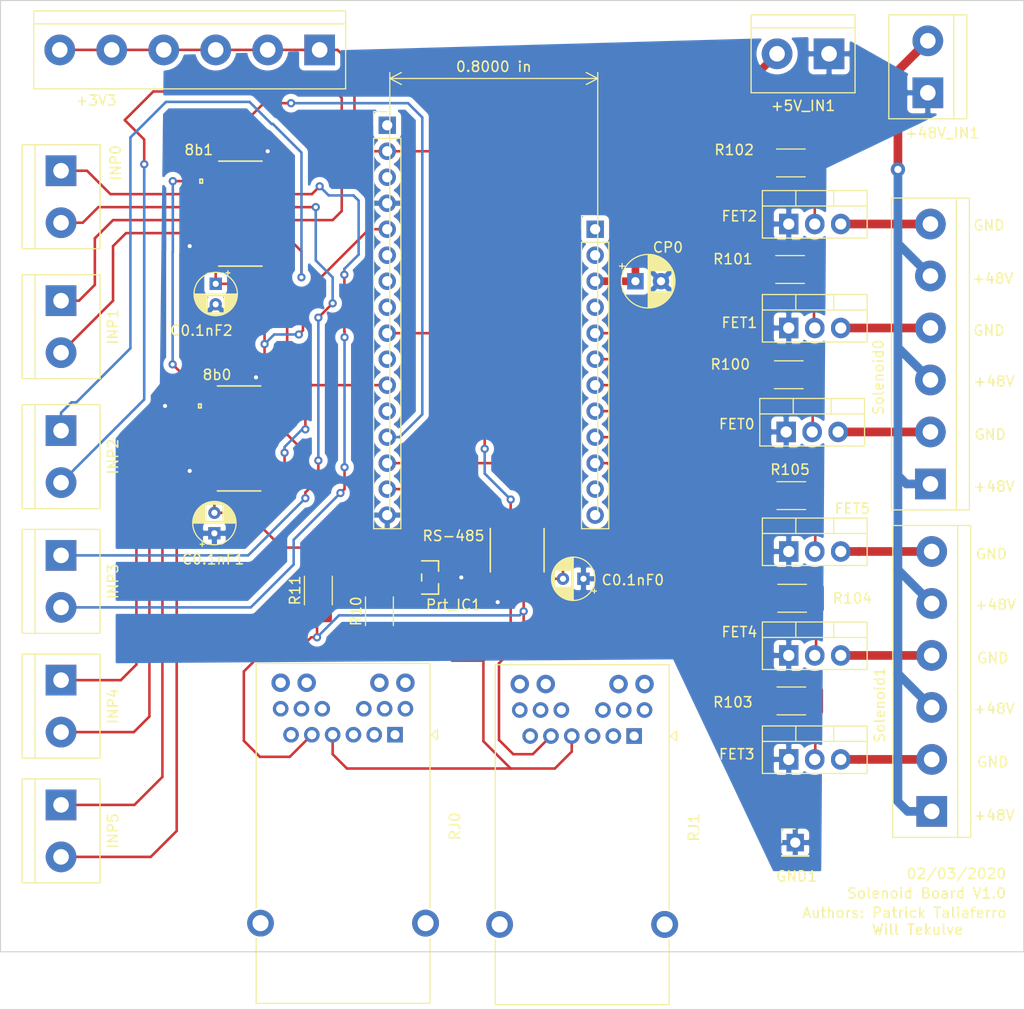
<source format=kicad_pcb>
(kicad_pcb (version 20171130) (host pcbnew 5.1.5-52549c5~84~ubuntu18.04.1)
  (layers (0 F.Cu signal) (31 B.Cu signal) (34 B.Paste user) (35 F.Paste user) (36 B.SilkS user) (37 F.SilkS user) (38 B.Mask user) (39 F.Mask user) (44 Edge.Cuts user))
  (net 0 "")
  (net 1 /INP5_1)
  (net 2 /INP5_0)
  (net 3 /INP4_1)
  (net 4 /INP4_0)
  (net 5 /INP3_1)
  (net 6 /INP3_0)
  (net 7 /INP2_1)
  (net 8 /INP2_0)
  (net 9 /INP1_1)
  (net 10 /INP1_0)
  (net 11 /INP0_1)
  (net 12 /INP0_0)
  (net 13 GND)
  (net 14 /TX1)
  (net 15 /RX0)
  (net 16 /MISO)
  (net 17 /SCK)
  (net 18 /A4)
  (net 19 /A0)
  (net 20 /D5)
  (net 21 /D6)
  (net 22 /D9)
  (net 23 /D10)
  (net 24 /D11)
  (net 25 /D12)
  (net 26 +48V)
  (net 27 /RJ45_4)
  (net 28 /RJ45_5)
  (net 29 /SHIFT2_OUT)
  (net 30 +5V)
  (net 31 +3V3)
  (net 32 "Net-(FET0-Pad3)")
  (net 33 "Net-(FET0-Pad2)")
  (net 34 "Net-(FET1-Pad3)")
  (net 35 "Net-(FET1-Pad2)")
  (net 36 "Net-(FET2-Pad3)")
  (net 37 "Net-(FET2-Pad2)")
  (net 38 "Net-(FET3-Pad3)")
  (net 39 "Net-(FET3-Pad2)")
  (net 40 "Net-(FET4-Pad3)")
  (net 41 "Net-(FET4-Pad2)")
  (net 42 "Net-(FET5-Pad3)")
  (net 43 "Net-(FET5-Pad2)")
  (net 44 "Net-(Prt_IC1-Pad2)")
  (net 45 "Net-(Prt_IC1-Pad1)")
  (module Capacitor_THT:CP_Radial_D5.0mm_P2.50mm (layer F.Cu) (at 154.051 80.772)
    (fp_text reference CP0 (at 3.175 -3.302) (layer F.SilkS))
    (fp_text value CP hide)
    (pad 2 thru_hole circle (at 2.5 0) (size 1.6 1.6) (drill 0.8) (layers *.Cu *.Mask) (net 13 GND))
    (pad 1 thru_hole rect (at 0 0) (size 1.6 1.6) (drill 0.8) (layers *.Cu *.Mask) (net 30 +5V))
  )
  (module TerminalBlock:TerminalBlock_bornier-2_P5.08mm (layer F.Cu) (at 182.626 62.357 90)
    (fp_text reference +48V_IN1 (at -3.937 1.397) (layer F.SilkS))
    (fp_text value Solenoid_PWR_Supply hide)
    (pad 2 thru_hole circle (at 5.08 0 90) (size 3 3) (drill 1.52) (layers *.Cu *.Mask) (net 26 +48V))
    (pad 1 thru_hole rect (at 0 0 90) (size 3 3) (drill 1.52) (layers *.Cu *.Mask) (net 13 GND))
  )
  (module TerminalBlock:TerminalBlock_bornier-6_P5.08mm (layer F.Cu) (at 123.19 58.166 180)
    (fp_text reference +3V3 (at 21.844 -4.953) (layer F.SilkS))
    (fp_text value Screw_Terminal_01x06 hide)
    (pad 6 thru_hole circle (at 25.4 0 180) (size 3 3) (drill 1.52) (layers *.Cu *.Mask) (net 31 +3V3))
    (pad 5 thru_hole circle (at 20.32 0 180) (size 3 3) (drill 1.52) (layers *.Cu *.Mask) (net 31 +3V3))
    (pad 4 thru_hole circle (at 15.24 0 180) (size 3 3) (drill 1.52) (layers *.Cu *.Mask) (net 31 +3V3))
    (pad 1 thru_hole rect (at 0 0 180) (size 3 3) (drill 1.52) (layers *.Cu *.Mask) (net 31 +3V3))
    (pad 3 thru_hole circle (at 10.16 0 180) (size 3 3) (drill 1.52) (layers *.Cu *.Mask) (net 31 +3V3))
    (pad 2 thru_hole circle (at 5.08 0 180) (size 3 3) (drill 1.52) (layers *.Cu *.Mask) (net 31 +3V3))
  )
  (module Connector_RJ:RJ45_Pulse_JK0654219NL_Horizontal (layer F.Cu) (at 153.924 125.222 270)
    (fp_text reference RJ1 (at 8.95 -5.85 270) (layer F.SilkS))
    (fp_text value RJ45 hide)
    (pad 1 thru_hole rect (at 0 0 90) (size 1.524 1.524) (drill 0.89) (layers *.Cu *.Mask))
    (pad 2 thru_hole circle (at 0 2.032 90) (size 1.524 1.524) (drill 0.89) (layers *.Cu *.Mask))
    (pad 3 thru_hole circle (at 0 4.064 90) (size 1.524 1.524) (drill 0.89) (layers *.Cu *.Mask))
    (pad 4 thru_hole circle (at 0 6.096 90) (size 1.524 1.524) (drill 0.89) (layers *.Cu *.Mask) (net 27 /RJ45_4))
    (pad 5 thru_hole circle (at 0 8.128 90) (size 1.524 1.524) (drill 0.89) (layers *.Cu *.Mask) (net 28 /RJ45_5))
    (pad 6 thru_hole circle (at 0 10.16 90) (size 1.524 1.524) (drill 0.89) (layers *.Cu *.Mask))
    (pad 7 thru_hole circle (at -2.54 -1.016 90) (size 1.524 1.524) (drill 0.89) (layers *.Cu *.Mask))
    (pad 8 thru_hole circle (at -2.54 1.016 90) (size 1.524 1.524) (drill 0.89) (layers *.Cu *.Mask))
    (pad 9 thru_hole circle (at -2.54 3.048 90) (size 1.524 1.524) (drill 0.89) (layers *.Cu *.Mask))
    (pad 10 thru_hole circle (at -2.54 7.112 90) (size 1.524 1.524) (drill 0.89) (layers *.Cu *.Mask))
    (pad 11 thru_hole circle (at -2.54 9.144 90) (size 1.524 1.524) (drill 0.89) (layers *.Cu *.Mask))
    (pad 12 thru_hole circle (at -2.54 11.176 90) (size 1.524 1.524) (drill 0.89) (layers *.Cu *.Mask))
    (pad 13 thru_hole circle (at -5.08 -1.016 90) (size 1.8 1.8) (drill 1.025) (layers *.Cu *.Mask))
    (pad 14 thru_hole circle (at -5.08 1.524 90) (size 1.8 1.8) (drill 1.025) (layers *.Cu *.Mask))
    (pad 15 thru_hole circle (at -5.08 8.636 90) (size 1.8 1.8) (drill 1.025) (layers *.Cu *.Mask))
    (pad 16 thru_hole circle (at -5.08 11.176 90) (size 1.8 1.8) (drill 1.025) (layers *.Cu *.Mask))
    (pad "" np_thru_hole circle (at 15.24 -1.27 90) (size 3.2 3.2) (drill 3.2) (layers *.Cu *.Mask))
    (pad "" np_thru_hole circle (at 15.24 11.43 90) (size 3.2 3.2) (drill 3.2) (layers *.Cu *.Mask))
    (pad SH thru_hole circle (at 18.415 13.1445 90) (size 2.61 2.61) (drill 1.57) (layers *.Cu *.Mask))
    (pad SH thru_hole circle (at 18.415 -2.9845 90) (size 2.63 2.63) (drill 1.57) (layers *.Cu *.Mask))
  )
  (module Capacitor_THT:CP_Radial_D4.0mm_P2.00mm (layer F.Cu) (at 113.03 81.026 270)
    (fp_text reference C0.1nF2 (at 4.572 1.397) (layer F.SilkS))
    (fp_text value "0.1 nF" hide)
    (pad 2 thru_hole circle (at 2 0 270) (size 1.2 1.2) (drill 0.6) (layers *.Cu *.Mask) (net 13 GND))
    (pad 1 thru_hole rect (at 0 0 270) (size 1.2 1.2) (drill 0.6) (layers *.Cu *.Mask) (net 31 +3V3))
  )
  (module Capacitor_THT:CP_Radial_D4.0mm_P2.00mm (layer F.Cu) (at 112.903 105.41 90)
    (fp_text reference C0.1nF1 (at -2.54 -0.127) (layer F.SilkS))
    (fp_text value "0.1 nF" hide)
    (pad 2 thru_hole circle (at 2 0 90) (size 1.2 1.2) (drill 0.6) (layers *.Cu *.Mask) (net 31 +3V3))
    (pad 1 thru_hole rect (at 0 0 90) (size 1.2 1.2) (drill 0.6) (layers *.Cu *.Mask) (net 13 GND))
  )
  (module Capacitor_THT:CP_Radial_D4.0mm_P2.00mm (layer F.Cu) (at 148.971 109.855 180)
    (fp_text reference C0.1nF0 (at -4.826 -0.127) (layer F.SilkS))
    (fp_text value "0.1 nF" hide)
    (pad 2 thru_hole circle (at 2 0 180) (size 1.2 1.2) (drill 0.6) (layers *.Cu *.Mask) (net 31 +3V3))
    (pad 1 thru_hole rect (at 0 0 180) (size 1.2 1.2) (drill 0.6) (layers *.Cu *.Mask) (net 13 GND))
  )
  (module TerminalBlock:TerminalBlock_bornier-2_P5.08mm (layer F.Cu) (at 172.974 58.547 180)
    (fp_text reference +5V_IN1 (at 2.54 -5.08) (layer F.SilkS))
    (fp_text value MCU_PWR_Supply hide)
    (pad 2 thru_hole circle (at 5.08 0 180) (size 3 3) (drill 1.52) (layers *.Cu *.Mask) (net 30 +5V))
    (pad 1 thru_hole rect (at 0 0 180) (size 3 3) (drill 1.52) (layers *.Cu *.Mask) (net 13 GND))
  )
  (module Connector_PinHeader_2.54mm:PinHeader_1x01_P2.54mm_Vertical (layer F.Cu) (at 169.672 135.636)
    (fp_text reference GND1 (at 0.127 3.302) (layer F.SilkS))
    (fp_text value Conn_01x01_Male hide)
    (pad 1 thru_hole rect (at 0 0) (size 1.7 1.7) (drill 1) (layers *.Cu *.Mask) (net 13 GND))
  )
  (module TerminalBlock:TerminalBlock_bornier-6_P5.08mm (layer F.Cu) (at 183.007 132.588 90)
    (fp_text reference Solenoid1 (at 10.414 -5.08 90) (layer F.SilkS))
    (fp_text value Screw_Terminal_01x06 hide)
    (pad 6 thru_hole circle (at 25.4 0 90) (size 3 3) (drill 1.52) (layers *.Cu *.Mask) (net 42 "Net-(FET5-Pad3)"))
    (pad 5 thru_hole circle (at 20.32 0 90) (size 3 3) (drill 1.52) (layers *.Cu *.Mask) (net 26 +48V))
    (pad 4 thru_hole circle (at 15.24 0 90) (size 3 3) (drill 1.52) (layers *.Cu *.Mask) (net 40 "Net-(FET4-Pad3)"))
    (pad 1 thru_hole rect (at 0 0 90) (size 3 3) (drill 1.52) (layers *.Cu *.Mask) (net 26 +48V))
    (pad 3 thru_hole circle (at 10.16 0 90) (size 3 3) (drill 1.52) (layers *.Cu *.Mask) (net 26 +48V))
    (pad 2 thru_hole circle (at 5.08 0 90) (size 3 3) (drill 1.52) (layers *.Cu *.Mask) (net 38 "Net-(FET3-Pad3)"))
  )
  (module TerminalBlock:TerminalBlock_bornier-6_P5.08mm (layer F.Cu) (at 182.88 100.584 90)
    (fp_text reference Solenoid0 (at 10.414 -5.08 90) (layer F.SilkS))
    (fp_text value Screw_Terminal_01x06 hide)
    (pad 6 thru_hole circle (at 25.4 0 90) (size 3 3) (drill 1.52) (layers *.Cu *.Mask) (net 36 "Net-(FET2-Pad3)"))
    (pad 5 thru_hole circle (at 20.32 0 90) (size 3 3) (drill 1.52) (layers *.Cu *.Mask) (net 26 +48V))
    (pad 4 thru_hole circle (at 15.24 0 90) (size 3 3) (drill 1.52) (layers *.Cu *.Mask) (net 34 "Net-(FET1-Pad3)"))
    (pad 1 thru_hole rect (at 0 0 90) (size 3 3) (drill 1.52) (layers *.Cu *.Mask) (net 26 +48V))
    (pad 3 thru_hole circle (at 10.16 0 90) (size 3 3) (drill 1.52) (layers *.Cu *.Mask) (net 26 +48V))
    (pad 2 thru_hole circle (at 5.08 0 90) (size 3 3) (drill 1.52) (layers *.Cu *.Mask) (net 32 "Net-(FET0-Pad3)"))
  )
  (module SN74HC165DR:SN74HC165DR (layer F.Cu) (at 115.316 96.139 180)
    (fp_text reference 8b0 (at 2.159 6.223) (layer F.SilkS))
    (fp_text value 74HC165 hide)
    (pad 16 smd rect (at 2.3622 -4.445 180) (size 2.173199 0.568) (layers F.Cu F.Paste F.Mask) (net 31 +3V3))
    (pad 15 smd rect (at 2.3622 -3.175 180) (size 2.173199 0.568) (layers F.Cu F.Paste F.Mask) (net 13 GND))
    (pad 14 smd rect (at 2.3622 -1.905 180) (size 2.173199 0.568) (layers F.Cu F.Paste F.Mask) (net 1 /INP5_1))
    (pad 13 smd rect (at 2.3622 -0.635 180) (size 2.173199 0.568) (layers F.Cu F.Paste F.Mask) (net 2 /INP5_0))
    (pad 12 smd rect (at 2.3622 0.635 180) (size 2.173199 0.568) (layers F.Cu F.Paste F.Mask) (net 3 /INP4_1))
    (pad 11 smd rect (at 2.3622 1.905 180) (size 2.173199 0.568) (layers F.Cu F.Paste F.Mask) (net 4 /INP4_0))
    (pad 10 smd rect (at 2.3622 3.175 180) (size 2.173199 0.568) (layers F.Cu F.Paste F.Mask) (net 13 GND))
    (pad 9 smd rect (at 2.3622 4.445 180) (size 2.173199 0.568) (layers F.Cu F.Paste F.Mask) (net 29 /SHIFT2_OUT))
    (pad 8 smd rect (at -2.3622 4.445 180) (size 2.173199 0.568) (layers F.Cu F.Paste F.Mask) (net 13 GND))
    (pad 7 smd rect (at -2.3622 3.175 180) (size 2.173199 0.568) (layers F.Cu F.Paste F.Mask))
    (pad 6 smd rect (at -2.3622 1.905 180) (size 2.173199 0.568) (layers F.Cu F.Paste F.Mask))
    (pad 5 smd rect (at -2.3622 0.635 180) (size 2.173199 0.568) (layers F.Cu F.Paste F.Mask))
    (pad 4 smd rect (at -2.3622 -0.635 180) (size 2.173199 0.568) (layers F.Cu F.Paste F.Mask))
    (pad 3 smd rect (at -2.3622 -1.905 180) (size 2.173199 0.568) (layers F.Cu F.Paste F.Mask))
    (pad 2 smd rect (at -2.3622 -3.175 180) (size 2.173199 0.568) (layers F.Cu F.Paste F.Mask) (net 17 /SCK))
    (pad 1 smd rect (at -2.3622 -4.445 180) (size 2.173199 0.568) (layers F.Cu F.Paste F.Mask) (net 19 /A0))
  )
  (module SN74HC165DR:SN74HC165DR (layer F.Cu) (at 115.443 74.168 180)
    (fp_text reference 8b1 (at 4.064 6.223) (layer F.SilkS))
    (fp_text value 74HC165 hide)
    (pad 16 smd rect (at 2.3622 -4.445 180) (size 2.173199 0.568) (layers F.Cu F.Paste F.Mask) (net 31 +3V3))
    (pad 15 smd rect (at 2.3622 -3.175 180) (size 2.173199 0.568) (layers F.Cu F.Paste F.Mask) (net 13 GND))
    (pad 14 smd rect (at 2.3622 -1.905 180) (size 2.173199 0.568) (layers F.Cu F.Paste F.Mask) (net 9 /INP1_1))
    (pad 13 smd rect (at 2.3622 -0.635 180) (size 2.173199 0.568) (layers F.Cu F.Paste F.Mask) (net 10 /INP1_0))
    (pad 12 smd rect (at 2.3622 0.635 180) (size 2.173199 0.568) (layers F.Cu F.Paste F.Mask) (net 11 /INP0_1))
    (pad 11 smd rect (at 2.3622 1.905 180) (size 2.173199 0.568) (layers F.Cu F.Paste F.Mask) (net 12 /INP0_0))
    (pad 10 smd rect (at 2.3622 3.175 180) (size 2.173199 0.568) (layers F.Cu F.Paste F.Mask) (net 29 /SHIFT2_OUT))
    (pad 9 smd rect (at 2.3622 4.445 180) (size 2.173199 0.568) (layers F.Cu F.Paste F.Mask) (net 16 /MISO))
    (pad 8 smd rect (at -2.3622 4.445 180) (size 2.173199 0.568) (layers F.Cu F.Paste F.Mask) (net 13 GND))
    (pad 7 smd rect (at -2.3622 3.175 180) (size 2.173199 0.568) (layers F.Cu F.Paste F.Mask))
    (pad 6 smd rect (at -2.3622 1.905 180) (size 2.173199 0.568) (layers F.Cu F.Paste F.Mask) (net 5 /INP3_1))
    (pad 5 smd rect (at -2.3622 0.635 180) (size 2.173199 0.568) (layers F.Cu F.Paste F.Mask) (net 6 /INP3_0))
    (pad 4 smd rect (at -2.3622 -0.635 180) (size 2.173199 0.568) (layers F.Cu F.Paste F.Mask) (net 7 /INP2_1))
    (pad 3 smd rect (at -2.3622 -1.905 180) (size 2.173199 0.568) (layers F.Cu F.Paste F.Mask) (net 8 /INP2_0))
    (pad 2 smd rect (at -2.3622 -3.175 180) (size 2.173199 0.568) (layers F.Cu F.Paste F.Mask) (net 17 /SCK))
    (pad 1 smd rect (at -2.3622 -4.445 180) (size 2.173199 0.568) (layers F.Cu F.Paste F.Mask) (net 19 /A0))
  )
  (module Package_TO_SOT_THT:TO-220-3_Vertical (layer F.Cu) (at 169.037 75.184)
    (fp_text reference FET2 (at -4.826 -0.762) (layer F.SilkS))
    (fp_text value PHP79NQ08LT hide)
    (pad 3 thru_hole oval (at 5.08 0) (size 1.905 2) (drill 1.1) (layers *.Cu *.Mask) (net 36 "Net-(FET2-Pad3)"))
    (pad 2 thru_hole oval (at 2.54 0) (size 1.905 2) (drill 1.1) (layers *.Cu *.Mask) (net 37 "Net-(FET2-Pad2)"))
    (pad 1 thru_hole rect (at 0 0) (size 1.905 2) (drill 1.1) (layers *.Cu *.Mask) (net 13 GND))
  )
  (module TerminalBlock:TerminalBlock_bornier-2_P5.08mm (layer F.Cu) (at 97.917 131.953 270)
    (fp_text reference INP5 (at 2.54 -5.08 90) (layer F.SilkS))
    (fp_text value Screw_Terminal_01x02 hide)
    (pad 1 thru_hole rect (at 0 0 270) (size 3 3) (drill 1.52) (layers *.Cu *.Mask) (net 2 /INP5_0))
    (pad 2 thru_hole circle (at 5.08 0 270) (size 3 3) (drill 1.52) (layers *.Cu *.Mask) (net 1 /INP5_1))
  )
  (module TerminalBlock:TerminalBlock_bornier-2_P5.08mm (layer F.Cu) (at 97.917 119.761 270)
    (fp_text reference INP4 (at 2.54 -5.08 90) (layer F.SilkS))
    (fp_text value Screw_Terminal_01x02 hide)
    (pad 1 thru_hole rect (at 0 0 270) (size 3 3) (drill 1.52) (layers *.Cu *.Mask) (net 4 /INP4_0))
    (pad 2 thru_hole circle (at 5.08 0 270) (size 3 3) (drill 1.52) (layers *.Cu *.Mask) (net 3 /INP4_1))
  )
  (module TerminalBlock:TerminalBlock_bornier-2_P5.08mm (layer F.Cu) (at 97.917 107.569 270)
    (fp_text reference INP3 (at 2.54 -5.08 90) (layer F.SilkS))
    (fp_text value Screw_Terminal_01x02 hide)
    (pad 2 thru_hole circle (at 5.08 0 270) (size 3 3) (drill 1.52) (layers *.Cu *.Mask) (net 5 /INP3_1))
    (pad 1 thru_hole rect (at 0 0 270) (size 3 3) (drill 1.52) (layers *.Cu *.Mask) (net 6 /INP3_0))
  )
  (module TerminalBlock:TerminalBlock_bornier-2_P5.08mm (layer F.Cu) (at 97.917 95.377 270)
    (fp_text reference INP2 (at 2.54 -5.08 90) (layer F.SilkS))
    (fp_text value Screw_Terminal_01x02 hide)
    (pad 2 thru_hole circle (at 5.08 0 270) (size 3 3) (drill 1.52) (layers *.Cu *.Mask) (net 7 /INP2_1))
    (pad 1 thru_hole rect (at 0 0 270) (size 3 3) (drill 1.52) (layers *.Cu *.Mask) (net 8 /INP2_0))
  )
  (module TerminalBlock:TerminalBlock_bornier-2_P5.08mm (layer F.Cu) (at 97.917 82.677 270)
    (fp_text reference INP1 (at 2.54 -5.08 90) (layer F.SilkS))
    (fp_text value Screw_Terminal_01x02 hide)
    (pad 2 thru_hole circle (at 5.08 0 270) (size 3 3) (drill 1.52) (layers *.Cu *.Mask) (net 9 /INP1_1))
    (pad 1 thru_hole rect (at 0 0 270) (size 3 3) (drill 1.52) (layers *.Cu *.Mask) (net 10 /INP1_0))
  )
  (module TerminalBlock:TerminalBlock_bornier-2_P5.08mm (layer F.Cu) (at 97.917 69.977 270)
    (fp_text reference INP0 (at -0.762 -5.334 90) (layer F.SilkS))
    (fp_text value Screw_Terminal_01x02 hide)
    (pad 2 thru_hole circle (at 5.08 0 270) (size 3 3) (drill 1.52) (layers *.Cu *.Mask) (net 11 /INP0_1))
    (pad 1 thru_hole rect (at 0 0 270) (size 3 3) (drill 1.52) (layers *.Cu *.Mask) (net 12 /INP0_0))
  )
  (module sn65hvd72:SN65HVD72DR (layer F.Cu) (at 142.494 107.061 270)
    (fp_text reference RS-485 (at -1.397 6.223) (layer F.SilkS))
    (fp_text value SN65HVD72DR hide)
    (pad 1 smd rect (at -2.721348 -1.905 270) (size 1.454899 0.568) (layers F.Cu F.Paste F.Mask) (net 15 /RX0))
    (pad 2 smd rect (at -2.721348 -0.635 270) (size 1.454899 0.568) (layers F.Cu F.Paste F.Mask) (net 18 /A4))
    (pad 3 smd rect (at -2.721348 0.635 270) (size 1.454899 0.568) (layers F.Cu F.Paste F.Mask) (net 18 /A4))
    (pad 4 smd rect (at -2.721348 1.905 270) (size 1.454899 0.568) (layers F.Cu F.Paste F.Mask) (net 14 /TX1))
    (pad 5 smd rect (at 2.721348 1.905 270) (size 1.454899 0.568) (layers F.Cu F.Paste F.Mask) (net 13 GND))
    (pad 6 smd rect (at 2.721348 0.635 270) (size 1.454899 0.568) (layers F.Cu F.Paste F.Mask) (net 27 /RJ45_4))
    (pad 7 smd rect (at 2.721348 -0.635 270) (size 1.454899 0.568) (layers F.Cu F.Paste F.Mask) (net 28 /RJ45_5))
    (pad 8 smd rect (at 2.721348 -1.905 270) (size 1.454899 0.568) (layers F.Cu F.Paste F.Mask) (net 31 +3V3))
  )
  (module CDSOT23-SM712:CDSOT23-SM712 (layer F.Cu) (at 133.985 109.728 270)
    (fp_text reference Prt_IC1 (at 2.667 -2.286) (layer F.SilkS))
    (fp_text value CDSOT23-SM712 hide)
    (pad 3 smd rect (at 0 -0.9525 270) (size 0.5588 1.2954) (layers F.Cu F.Paste F.Mask) (net 13 GND))
    (pad 2 smd rect (at 0.950001 0.9525 270) (size 0.5588 1.2954) (layers F.Cu F.Paste F.Mask) (net 44 "Net-(Prt_IC1-Pad2)"))
    (pad 1 smd rect (at -0.950001 0.9525 270) (size 0.5588 1.2954) (layers F.Cu F.Paste F.Mask) (net 45 "Net-(Prt_IC1-Pad1)"))
  )
  (module Resistor_SMD:R_2010_5025Metric_Pad1.52x2.65mm_HandSolder (layer F.Cu) (at 123.063 110.998 90)
    (fp_text reference R11 (at 0 -2.28 90) (layer F.SilkS))
    (fp_text value 10 hide)
    (pad 2 smd roundrect (at 2.3375 0 90) (size 1.525 2.65) (layers F.Cu F.Paste F.Mask) (roundrect_rratio 0.163934) (net 45 "Net-(Prt_IC1-Pad1)"))
    (pad 1 smd roundrect (at -2.3375 0 90) (size 1.525 2.65) (layers F.Cu F.Paste F.Mask) (roundrect_rratio 0.163934) (net 28 /RJ45_5))
  )
  (module Resistor_SMD:R_2010_5025Metric_Pad1.52x2.65mm_HandSolder (layer F.Cu) (at 169.291 101.727 180)
    (fp_text reference R105 (at 0.127 2.54) (layer F.SilkS))
    (fp_text value 100 hide)
    (pad 2 smd roundrect (at 2.3375 0 180) (size 1.525 2.65) (layers F.Cu F.Paste F.Mask) (roundrect_rratio 0.163934) (net 22 /D9))
    (pad 1 smd roundrect (at -2.3375 0 180) (size 1.525 2.65) (layers F.Cu F.Paste F.Mask) (roundrect_rratio 0.163934) (net 43 "Net-(FET5-Pad2)"))
  )
  (module Resistor_SMD:R_2010_5025Metric_Pad1.52x2.65mm_HandSolder (layer F.Cu) (at 169.3665 111.76 180)
    (fp_text reference R104 (at -5.8935 0) (layer F.SilkS))
    (fp_text value 100 hide)
    (pad 2 smd roundrect (at 2.3375 0 180) (size 1.525 2.65) (layers F.Cu F.Paste F.Mask) (roundrect_rratio 0.163934) (net 21 /D6))
    (pad 1 smd roundrect (at -2.3375 0 180) (size 1.525 2.65) (layers F.Cu F.Paste F.Mask) (roundrect_rratio 0.163934) (net 41 "Net-(FET4-Pad2)"))
  )
  (module Resistor_SMD:R_2010_5025Metric_Pad1.52x2.65mm_HandSolder (layer F.Cu) (at 169.291 121.793 180)
    (fp_text reference R103 (at 5.715 -0.127) (layer F.SilkS))
    (fp_text value 100 hide)
    (pad 2 smd roundrect (at 2.3375 0 180) (size 1.525 2.65) (layers F.Cu F.Paste F.Mask) (roundrect_rratio 0.163934) (net 20 /D5))
    (pad 1 smd roundrect (at -2.3375 0 180) (size 1.525 2.65) (layers F.Cu F.Paste F.Mask) (roundrect_rratio 0.163934) (net 39 "Net-(FET3-Pad2)"))
  )
  (module Resistor_SMD:R_2010_5025Metric_Pad1.52x2.65mm_HandSolder (layer F.Cu) (at 169.2395 69.215 180)
    (fp_text reference R102 (at 5.5365 1.27) (layer F.SilkS))
    (fp_text value 100 hide)
    (pad 2 smd roundrect (at 2.3375 0 180) (size 1.525 2.65) (layers F.Cu F.Paste F.Mask) (roundrect_rratio 0.163934) (net 25 /D12))
    (pad 1 smd roundrect (at -2.3375 0 180) (size 1.525 2.65) (layers F.Cu F.Paste F.Mask) (roundrect_rratio 0.163934) (net 37 "Net-(FET2-Pad2)"))
  )
  (module Resistor_SMD:R_2010_5025Metric_Pad1.52x2.65mm_HandSolder (layer F.Cu) (at 169.164 79.629 180)
    (fp_text reference R101 (at 5.588 1.016) (layer F.SilkS))
    (fp_text value 100 hide)
    (pad 2 smd roundrect (at 2.3375 0 180) (size 1.525 2.65) (layers F.Cu F.Paste F.Mask) (roundrect_rratio 0.163934) (net 24 /D11))
    (pad 1 smd roundrect (at -2.3375 0 180) (size 1.525 2.65) (layers F.Cu F.Paste F.Mask) (roundrect_rratio 0.163934) (net 35 "Net-(FET1-Pad2)"))
  )
  (module Resistor_SMD:R_2010_5025Metric_Pad1.52x2.65mm_HandSolder (layer F.Cu) (at 169.037 89.916 180)
    (fp_text reference R100 (at 5.715 1.016) (layer F.SilkS))
    (fp_text value 100 hide)
    (pad 2 smd roundrect (at 2.3375 0 180) (size 1.525 2.65) (layers F.Cu F.Paste F.Mask) (roundrect_rratio 0.163934) (net 23 /D10))
    (pad 1 smd roundrect (at -2.3375 0 180) (size 1.525 2.65) (layers F.Cu F.Paste F.Mask) (roundrect_rratio 0.163934) (net 33 "Net-(FET0-Pad2)"))
  )
  (module Resistor_SMD:R_2010_5025Metric_Pad1.52x2.65mm_HandSolder (layer F.Cu) (at 129.032 113.03 90)
    (fp_text reference R10 (at 0 -2.28 90) (layer F.SilkS))
    (fp_text value 10 hide)
    (pad 2 smd roundrect (at 2.3375 0 90) (size 1.525 2.65) (layers F.Cu F.Paste F.Mask) (roundrect_rratio 0.163934) (net 44 "Net-(Prt_IC1-Pad2)"))
    (pad 1 smd roundrect (at -2.3375 0 90) (size 1.525 2.65) (layers F.Cu F.Paste F.Mask) (roundrect_rratio 0.163934) (net 27 /RJ45_4))
  )
  (module Package_TO_SOT_THT:TO-220-3_Vertical (layer F.Cu) (at 169.037 107.188)
    (fp_text reference FET5 (at 6.223 -4.191) (layer F.SilkS))
    (fp_text value PHP79NQ08LT hide)
    (pad 3 thru_hole oval (at 5.08 0) (size 1.905 2) (drill 1.1) (layers *.Cu *.Mask) (net 42 "Net-(FET5-Pad3)"))
    (pad 2 thru_hole oval (at 2.54 0) (size 1.905 2) (drill 1.1) (layers *.Cu *.Mask) (net 43 "Net-(FET5-Pad2)"))
    (pad 1 thru_hole rect (at 0 0) (size 1.905 2) (drill 1.1) (layers *.Cu *.Mask) (net 13 GND))
  )
  (module Package_TO_SOT_THT:TO-220-3_Vertical (layer F.Cu) (at 169.037 117.348)
    (fp_text reference FET4 (at -4.826 -2.286) (layer F.SilkS))
    (fp_text value PHP79NQ08LT hide)
    (pad 3 thru_hole oval (at 5.08 0) (size 1.905 2) (drill 1.1) (layers *.Cu *.Mask) (net 40 "Net-(FET4-Pad3)"))
    (pad 2 thru_hole oval (at 2.54 0) (size 1.905 2) (drill 1.1) (layers *.Cu *.Mask) (net 41 "Net-(FET4-Pad2)"))
    (pad 1 thru_hole rect (at 0 0) (size 1.905 2) (drill 1.1) (layers *.Cu *.Mask) (net 13 GND))
  )
  (module Package_TO_SOT_THT:TO-220-3_Vertical (layer F.Cu) (at 169.037 127.508)
    (fp_text reference FET3 (at -5.08 -0.508) (layer F.SilkS))
    (fp_text value PHP79NQ08LT hide)
    (pad 3 thru_hole oval (at 5.08 0) (size 1.905 2) (drill 1.1) (layers *.Cu *.Mask) (net 38 "Net-(FET3-Pad3)"))
    (pad 2 thru_hole oval (at 2.54 0) (size 1.905 2) (drill 1.1) (layers *.Cu *.Mask) (net 39 "Net-(FET3-Pad2)"))
    (pad 1 thru_hole rect (at 0 0) (size 1.905 2) (drill 1.1) (layers *.Cu *.Mask) (net 13 GND))
  )
  (module Package_TO_SOT_THT:TO-220-3_Vertical (layer F.Cu) (at 169.037 85.344)
    (fp_text reference FET1 (at -4.826 -0.508) (layer F.SilkS))
    (fp_text value PHP79NQ08LT hide)
    (pad 3 thru_hole oval (at 5.08 0) (size 1.905 2) (drill 1.1) (layers *.Cu *.Mask) (net 34 "Net-(FET1-Pad3)"))
    (pad 2 thru_hole oval (at 2.54 0) (size 1.905 2) (drill 1.1) (layers *.Cu *.Mask) (net 35 "Net-(FET1-Pad2)"))
    (pad 1 thru_hole rect (at 0 0) (size 1.905 2) (drill 1.1) (layers *.Cu *.Mask) (net 13 GND))
  )
  (module Package_TO_SOT_THT:TO-220-3_Vertical (layer F.Cu) (at 168.783 95.504)
    (fp_text reference FET0 (at -4.826 -0.762) (layer F.SilkS))
    (fp_text value PHP79NQ08LT hide)
    (pad 3 thru_hole oval (at 5.08 0) (size 1.905 2) (drill 1.1) (layers *.Cu *.Mask) (net 32 "Net-(FET0-Pad3)"))
    (pad 2 thru_hole oval (at 2.54 0) (size 1.905 2) (drill 1.1) (layers *.Cu *.Mask) (net 33 "Net-(FET0-Pad2)"))
    (pad 1 thru_hole rect (at 0 0) (size 1.905 2) (drill 1.1) (layers *.Cu *.Mask) (net 13 GND))
  )
  (module Connector_RJ:RJ45_Pulse_JK0654219NL_Horizontal (layer F.Cu) (at 130.556 125.095 270)
    (fp_text reference RJ0 (at 8.95 -5.85 270) (layer F.SilkS))
    (fp_text value RJ45 hide)
    (pad 1 thru_hole rect (at 0 0 90) (size 1.524 1.524) (drill 0.89) (layers *.Cu *.Mask))
    (pad 2 thru_hole circle (at 0 2.032 90) (size 1.524 1.524) (drill 0.89) (layers *.Cu *.Mask))
    (pad 3 thru_hole circle (at 0 4.064 90) (size 1.524 1.524) (drill 0.89) (layers *.Cu *.Mask))
    (pad 4 thru_hole circle (at 0 6.096 90) (size 1.524 1.524) (drill 0.89) (layers *.Cu *.Mask) (net 27 /RJ45_4))
    (pad 5 thru_hole circle (at 0 8.128 90) (size 1.524 1.524) (drill 0.89) (layers *.Cu *.Mask) (net 28 /RJ45_5))
    (pad 6 thru_hole circle (at 0 10.16 90) (size 1.524 1.524) (drill 0.89) (layers *.Cu *.Mask))
    (pad 7 thru_hole circle (at -2.54 -1.016 90) (size 1.524 1.524) (drill 0.89) (layers *.Cu *.Mask))
    (pad 8 thru_hole circle (at -2.54 1.016 90) (size 1.524 1.524) (drill 0.89) (layers *.Cu *.Mask))
    (pad 9 thru_hole circle (at -2.54 3.048 90) (size 1.524 1.524) (drill 0.89) (layers *.Cu *.Mask))
    (pad 10 thru_hole circle (at -2.54 7.112 90) (size 1.524 1.524) (drill 0.89) (layers *.Cu *.Mask))
    (pad 11 thru_hole circle (at -2.54 9.144 90) (size 1.524 1.524) (drill 0.89) (layers *.Cu *.Mask))
    (pad 12 thru_hole circle (at -2.54 11.176 90) (size 1.524 1.524) (drill 0.89) (layers *.Cu *.Mask))
    (pad 13 thru_hole circle (at -5.08 -1.016 90) (size 1.8 1.8) (drill 1.025) (layers *.Cu *.Mask))
    (pad 14 thru_hole circle (at -5.08 1.524 90) (size 1.8 1.8) (drill 1.025) (layers *.Cu *.Mask))
    (pad 15 thru_hole circle (at -5.08 8.636 90) (size 1.8 1.8) (drill 1.025) (layers *.Cu *.Mask))
    (pad 16 thru_hole circle (at -5.08 11.176 90) (size 1.8 1.8) (drill 1.025) (layers *.Cu *.Mask))
    (pad "" np_thru_hole circle (at 15.24 -1.27 90) (size 3.2 3.2) (drill 3.2) (layers *.Cu *.Mask))
    (pad "" np_thru_hole circle (at 15.24 11.43 90) (size 3.2 3.2) (drill 3.2) (layers *.Cu *.Mask))
    (pad SH thru_hole circle (at 18.415 13.1445 90) (size 2.61 2.61) (drill 1.57) (layers *.Cu *.Mask))
    (pad SH thru_hole circle (at 18.415 -2.9845 90) (size 2.63 2.63) (drill 1.57) (layers *.Cu *.Mask))
  )
  (module Connector_PinHeader_2.54mm:PinHeader_1x12_P2.54mm_Vertical (layer F.Cu) (at 150.114 75.692)
    (fp_text reference J3 hide)
    (fp_text value MCU_RIGHT_LEGS hide)
    (pad 12 thru_hole oval (at 0 27.94) (size 1.7 1.7) (drill 1) (layers *.Cu *.Mask))
    (pad 11 thru_hole oval (at 0 25.4) (size 1.7 1.7) (drill 1) (layers *.Cu *.Mask))
    (pad 10 thru_hole oval (at 0 22.86) (size 1.7 1.7) (drill 1) (layers *.Cu *.Mask) (net 20 /D5))
    (pad 9 thru_hole oval (at 0 20.32) (size 1.7 1.7) (drill 1) (layers *.Cu *.Mask) (net 21 /D6))
    (pad 8 thru_hole oval (at 0 17.78) (size 1.7 1.7) (drill 1) (layers *.Cu *.Mask) (net 22 /D9))
    (pad 7 thru_hole oval (at 0 15.24) (size 1.7 1.7) (drill 1) (layers *.Cu *.Mask) (net 23 /D10))
    (pad 6 thru_hole oval (at 0 12.7) (size 1.7 1.7) (drill 1) (layers *.Cu *.Mask) (net 24 /D11))
    (pad 5 thru_hole oval (at 0 10.16) (size 1.7 1.7) (drill 1) (layers *.Cu *.Mask) (net 25 /D12))
    (pad 4 thru_hole oval (at 0 7.62) (size 1.7 1.7) (drill 1) (layers *.Cu *.Mask))
    (pad 3 thru_hole oval (at 0 5.08) (size 1.7 1.7) (drill 1) (layers *.Cu *.Mask) (net 30 +5V))
    (pad 2 thru_hole oval (at 0 2.54) (size 1.7 1.7) (drill 1) (layers *.Cu *.Mask))
    (pad 1 thru_hole rect (at 0 0) (size 1.7 1.7) (drill 1) (layers *.Cu *.Mask))
  )
  (module Connector_PinHeader_2.54mm:PinHeader_1x16_P2.54mm_Vertical (layer F.Cu) (at 129.794 65.532)
    (fp_text reference J2 hide)
    (fp_text value MCU_LEFT_LEGS hide)
    (pad 16 thru_hole oval (at 0 38.1) (size 1.7 1.7) (drill 1) (layers *.Cu *.Mask) (net 13 GND))
    (pad 15 thru_hole oval (at 0 35.56) (size 1.7 1.7) (drill 1) (layers *.Cu *.Mask) (net 14 /TX1))
    (pad 14 thru_hole oval (at 0 33.02) (size 1.7 1.7) (drill 1) (layers *.Cu *.Mask) (net 15 /RX0))
    (pad 13 thru_hole oval (at 0 30.48) (size 1.7 1.7) (drill 1) (layers *.Cu *.Mask) (net 16 /MISO))
    (pad 12 thru_hole oval (at 0 27.94) (size 1.7 1.7) (drill 1) (layers *.Cu *.Mask))
    (pad 11 thru_hole oval (at 0 25.4) (size 1.7 1.7) (drill 1) (layers *.Cu *.Mask) (net 17 /SCK))
    (pad 10 thru_hole oval (at 0 22.86) (size 1.7 1.7) (drill 1) (layers *.Cu *.Mask))
    (pad 9 thru_hole oval (at 0 20.32) (size 1.7 1.7) (drill 1) (layers *.Cu *.Mask) (net 18 /A4))
    (pad 8 thru_hole oval (at 0 17.78) (size 1.7 1.7) (drill 1) (layers *.Cu *.Mask))
    (pad 7 thru_hole oval (at 0 15.24) (size 1.7 1.7) (drill 1) (layers *.Cu *.Mask))
    (pad 6 thru_hole oval (at 0 12.7) (size 1.7 1.7) (drill 1) (layers *.Cu *.Mask))
    (pad 5 thru_hole oval (at 0 10.16) (size 1.7 1.7) (drill 1) (layers *.Cu *.Mask) (net 19 /A0))
    (pad 4 thru_hole oval (at 0 7.62) (size 1.7 1.7) (drill 1) (layers *.Cu *.Mask) (net 13 GND))
    (pad 3 thru_hole oval (at 0 5.08) (size 1.7 1.7) (drill 1) (layers *.Cu *.Mask))
    (pad 2 thru_hole oval (at 0 2.54) (size 1.7 1.7) (drill 1) (layers *.Cu *.Mask) (net 31 +3V3))
    (pad 1 thru_hole rect (at 0 0) (size 1.7 1.7) (drill 1) (layers *.Cu *.Mask))
  )
  (gr_text 02/03/2020 (at 185.42 138.684) (layer F.SilkS) (effects (font (size 1 1))))
  (gr_text "Will Tekulve" (at 181.61 144.145) (layer F.SilkS) (effects (font (size 1 1))))
  (gr_text "Authors: Patrick Taliaferro" (at 180.34 142.494) (layer F.SilkS) (effects (font (size 1 1))))
  (gr_text "Solenoid Board V1.0" (at 182.499 140.589) (layer F.SilkS) (effects (font (size 1 1))))
  (gr_text +48V (at 189.103 132.969) (layer F.SilkS) (effects (font (size 1 1))))
  (gr_text +48V (at 189.103 122.555) (layer F.SilkS) (effects (font (size 1 1))))
  (gr_text +48V (at 189.23 112.395) (layer F.SilkS) (effects (font (size 1 1))))
  (gr_text +48V (at 189.103 100.838) (layer F.SilkS) (effects (font (size 1 1))))
  (gr_text +48V (at 189.103 90.551) (layer F.SilkS) (effects (font (size 1 1))))
  (gr_text GND (at 188.976 127.762) (layer F.SilkS) (effects (font (size 1 1))))
  (gr_text GND (at 188.976 117.602) (layer F.SilkS) (effects (font (size 1 1))))
  (gr_text GND (at 188.849 107.442) (layer F.SilkS) (effects (font (size 1 1))))
  (gr_text GND (at 188.722 95.758) (layer F.SilkS) (effects (font (size 1 1))))
  (gr_text GND (at 188.595 85.598) (layer F.SilkS) (effects (font (size 1 1))))
  (gr_text GND (at 188.595 75.311) (layer F.SilkS) (effects (font (size 1 1))))
  (gr_text +48V (at 188.976 80.518) (layer F.SilkS) (effects (font (size 1 1))))
  (gr_line (start 192 53.34) (end 192 146.304) (layer Edge.Cuts) (width 0.1))
  (gr_line (start 92 53.34) (end 192 53.34) (layer Edge.Cuts) (width 0.1))
  (gr_line (start 92 146.304) (end 92 53.34) (layer Edge.Cuts) (width 0.1))
  (gr_line (start 192 146.304) (end 92 146.304) (layer Edge.Cuts) (width 0.1))
  (dimension 20.32 (width 0.12) (layer F.SilkS) (gr_text "0.8000 in" (at 140.208 59.69) (layer F.SilkS) (effects (font (size 1 1) (thickness 0.15)))) (feature1 (pts (xy 130.048 103.632) (xy 130.048 60.373579))) (feature2 (pts (xy 150.368 103.632) (xy 150.368 60.373579))) (crossbar (pts (xy 150.368 60.96) (xy 130.048 60.96))) (arrow1a (pts (xy 130.048 60.96) (xy 131.174504 60.373579))) (arrow1b (pts (xy 130.048 60.96) (xy 131.174504 61.546421))) (arrow2a (pts (xy 150.368 60.96) (xy 149.241496 60.373579))) (arrow2b (pts (xy 150.368 60.96) (xy 149.241496 61.546421))))
  (segment (start 106.68 137.033) (end 109.22 134.493) (width 0.25) (layer F.Cu) (net 1))
  (segment (start 111.617201 98.044) (end 112.9538 98.044) (width 0.25) (layer F.Cu) (net 1))
  (segment (start 109.22 134.493) (end 109.22 99.044201) (width 0.25) (layer F.Cu) (net 1))
  (segment (start 97.917 137.033) (end 106.68 137.033) (width 0.25) (layer F.Cu) (net 1))
  (segment (start 109.22 99.044201) (end 109.235799 99.044201) (width 0.25) (layer F.Cu) (net 1))
  (segment (start 110.236 98.044) (end 112.9538 98.044) (width 0.25) (layer F.Cu) (net 1))
  (segment (start 109.235799 99.044201) (end 110.236 98.044) (width 0.25) (layer F.Cu) (net 1))
  (segment (start 97.917 131.953) (end 105.086991 131.953) (width 0.25) (layer F.Cu) (net 2))
  (segment (start 107.823 129.216991) (end 105.086991 131.953) (width 0.25) (layer F.Cu) (net 2))
  (segment (start 107.823 99.06) (end 107.823 129.216991) (width 0.25) (layer F.Cu) (net 2))
  (segment (start 112.9538 96.774) (end 110.109 96.774) (width 0.25) (layer F.Cu) (net 2))
  (segment (start 110.109 96.774) (end 107.823 99.06) (width 0.25) (layer F.Cu) (net 2))
  (segment (start 111.617201 95.504) (end 112.9538 95.504) (width 0.25) (layer F.Cu) (net 3))
  (segment (start 106.553 123.317) (end 106.553 99.171201) (width 0.25) (layer F.Cu) (net 3))
  (segment (start 105.029 124.841) (end 106.553 123.317) (width 0.25) (layer F.Cu) (net 3))
  (segment (start 105.029 124.841) (end 97.917 124.841) (width 0.25) (layer F.Cu) (net 3))
  (segment (start 106.553 99.171201) (end 106.568799 99.171201) (width 0.25) (layer F.Cu) (net 3))
  (segment (start 106.568799 99.171201) (end 110.236 95.504) (width 0.25) (layer F.Cu) (net 3))
  (segment (start 110.236 95.504) (end 112.9538 95.504) (width 0.25) (layer F.Cu) (net 3))
  (segment (start 109.347 94.234) (end 110.998 94.234) (width 0.25) (layer F.Cu) (net 4))
  (segment (start 110.871 94.234) (end 110.998 94.234) (width 0.25) (layer F.Cu) (net 4))
  (segment (start 110.998 94.234) (end 112.9538 94.234) (width 0.25) (layer F.Cu) (net 4))
  (segment (start 105.283 118.237) (end 105.283 98.298) (width 0.25) (layer F.Cu) (net 4))
  (segment (start 97.917 119.761) (end 103.759 119.761) (width 0.25) (layer F.Cu) (net 4))
  (segment (start 103.759 119.761) (end 105.283 118.237) (width 0.25) (layer F.Cu) (net 4))
  (segment (start 105.283 98.298) (end 109.347 94.234) (width 0.25) (layer F.Cu) (net 4))
  (segment (start 97.917 112.649) (end 116.459 112.649) (width 0.25) (layer B.Cu) (net 5))
  (segment (start 116.459 112.649) (end 120.65 108.458) (width 0.25) (layer B.Cu) (net 5))
  (segment (start 120.65 108.458) (end 120.65 106.045) (width 0.25) (layer B.Cu) (net 5))
  (segment (start 120.65 106.045) (end 125.222 101.473) (width 0.25) (layer B.Cu) (net 5))
  (segment (start 125.222 101.473) (end 125.222 101.473) (width 0.25) (layer B.Cu) (net 5))
  (via (at 125.222 101.473) (size 0.8) (drill 0.4) (layers F.Cu B.Cu) (net 5))
  (segment (start 125.621999 101.073001) (end 125.621999 98.951999) (width 0.25) (layer F.Cu) (net 5))
  (segment (start 125.222 101.473) (end 125.621999 101.073001) (width 0.25) (layer F.Cu) (net 5))
  (segment (start 125.621999 98.951999) (end 125.621999 98.951999) (width 0.25) (layer F.Cu) (net 5))
  (via (at 125.621999 98.951999) (size 0.8) (drill 0.4) (layers F.Cu B.Cu) (net 5))
  (segment (start 125.621999 98.951999) (end 125.621999 86.251999) (width 0.25) (layer B.Cu) (net 5))
  (segment (start 125.621999 86.251999) (end 125.621999 86.251999) (width 0.25) (layer B.Cu) (net 5))
  (via (at 125.621999 86.251999) (size 0.8) (drill 0.4) (layers F.Cu B.Cu) (net 5))
  (segment (start 125.621999 85.686314) (end 125.603 85.667315) (width 0.25) (layer F.Cu) (net 5))
  (segment (start 125.621999 86.251999) (end 125.621999 85.686314) (width 0.25) (layer F.Cu) (net 5))
  (segment (start 125.603 85.667315) (end 125.603 80.137) (width 0.25) (layer F.Cu) (net 5))
  (segment (start 125.603 80.137) (end 125.603 80.137) (width 0.25) (layer F.Cu) (net 5))
  (via (at 125.603 80.137) (size 0.8) (drill 0.4) (layers F.Cu B.Cu) (net 5))
  (segment (start 125.603 79.571315) (end 127 78.174315) (width 0.25) (layer B.Cu) (net 5))
  (segment (start 125.603 80.137) (end 125.603 79.571315) (width 0.25) (layer B.Cu) (net 5))
  (segment (start 127 78.174315) (end 127 72.898) (width 0.25) (layer B.Cu) (net 5))
  (segment (start 127 72.898) (end 126.492 72.39) (width 0.25) (layer B.Cu) (net 5))
  (segment (start 126.492 72.39) (end 124.079 72.39) (width 0.25) (layer B.Cu) (net 5))
  (segment (start 124.079 72.39) (end 123.19 71.501) (width 0.25) (layer B.Cu) (net 5))
  (segment (start 123.19 71.501) (end 123.19 71.501) (width 0.25) (layer B.Cu) (net 5))
  (via (at 123.19 71.501) (size 0.8) (drill 0.4) (layers F.Cu B.Cu) (net 5))
  (segment (start 122.428 72.263) (end 117.8052 72.263) (width 0.25) (layer F.Cu) (net 5))
  (segment (start 123.19 71.501) (end 122.428 72.263) (width 0.25) (layer F.Cu) (net 5))
  (segment (start 97.917 107.569) (end 116.205 107.569) (width 0.25) (layer B.Cu) (net 6))
  (segment (start 116.205 107.569) (end 121.7295 102.0445) (width 0.25) (layer B.Cu) (net 6))
  (segment (start 121.7295 102.0445) (end 121.793 101.981) (width 0.25) (layer B.Cu) (net 6))
  (segment (start 124.46 80.391) (end 122.809 78.74) (width 0.25) (layer B.Cu) (net 6))
  (segment (start 122.809 78.74) (end 122.809 73.533) (width 0.25) (layer B.Cu) (net 6))
  (via (at 122.809 73.533) (size 0.8) (drill 0.4) (layers F.Cu B.Cu) (net 6))
  (segment (start 122.243315 73.533) (end 117.8052 73.533) (width 0.25) (layer F.Cu) (net 6))
  (segment (start 122.809 73.533) (end 122.243315 73.533) (width 0.25) (layer F.Cu) (net 6))
  (segment (start 123.063 84.328) (end 123.063 84.328) (width 0.25) (layer B.Cu) (net 6))
  (via (at 123.063 84.328) (size 0.8) (drill 0.4) (layers F.Cu B.Cu) (net 6))
  (segment (start 124.46 82.931) (end 124.46 82.931) (width 0.25) (layer B.Cu) (net 6))
  (segment (start 124.46 82.931) (end 124.46 80.391) (width 0.25) (layer B.Cu) (net 6))
  (via (at 124.46 82.931) (size 0.8) (drill 0.4) (layers F.Cu B.Cu) (net 6))
  (segment (start 124.46 82.931) (end 123.063 84.328) (width 0.25) (layer F.Cu) (net 6))
  (segment (start 121.793 101.981) (end 121.793 101.981) (width 0.25) (layer B.Cu) (net 6))
  (via (at 121.793 101.981) (size 0.8) (drill 0.4) (layers F.Cu B.Cu) (net 6))
  (segment (start 121.793 101.415315) (end 123.063 100.145315) (width 0.25) (layer F.Cu) (net 6))
  (segment (start 121.793 101.981) (end 121.793 101.415315) (width 0.25) (layer F.Cu) (net 6))
  (segment (start 123.063 100.145315) (end 123.063 98.298) (width 0.25) (layer F.Cu) (net 6))
  (segment (start 123.063 98.298) (end 123.063 98.298) (width 0.25) (layer F.Cu) (net 6))
  (via (at 123.063 98.298) (size 0.8) (drill 0.4) (layers F.Cu B.Cu) (net 6))
  (segment (start 123.063 98.298) (end 123.063 84.328) (width 0.25) (layer B.Cu) (net 6))
  (segment (start 97.917 100.457) (end 106.045 92.329) (width 0.25) (layer B.Cu) (net 7))
  (segment (start 106.045 92.329) (end 106.045 78.994) (width 0.25) (layer B.Cu) (net 7))
  (segment (start 106.045 78.994) (end 106.045 69.342) (width 0.25) (layer B.Cu) (net 7))
  (segment (start 106.045 69.342) (end 106.045 69.342) (width 0.25) (layer B.Cu) (net 7))
  (via (at 106.045 69.342) (size 0.8) (drill 0.4) (layers F.Cu B.Cu) (net 7))
  (segment (start 118.364 74.803) (end 117.8052 74.803) (width 0.25) (layer F.Cu) (net 7))
  (segment (start 125.349 73.914) (end 124.46 74.803) (width 0.25) (layer F.Cu) (net 7))
  (segment (start 106.045 66.929) (end 104.14 65.024) (width 0.25) (layer F.Cu) (net 7))
  (segment (start 106.934 62.23) (end 124.714 62.23) (width 0.25) (layer F.Cu) (net 7))
  (segment (start 106.045 69.342) (end 106.045 66.929) (width 0.25) (layer F.Cu) (net 7))
  (segment (start 124.46 74.803) (end 118.364 74.803) (width 0.25) (layer F.Cu) (net 7))
  (segment (start 124.714 62.23) (end 125.349 62.865) (width 0.25) (layer F.Cu) (net 7))
  (segment (start 104.14 65.024) (end 106.934 62.23) (width 0.25) (layer F.Cu) (net 7))
  (segment (start 125.349 62.865) (end 125.349 73.914) (width 0.25) (layer F.Cu) (net 7))
  (segment (start 104.695001 87.328999) (end 104.695001 66.722001) (width 0.25) (layer B.Cu) (net 8))
  (segment (start 99.413 92.611) (end 104.695001 87.328999) (width 0.25) (layer B.Cu) (net 8))
  (segment (start 121.412 80.391) (end 121.412 80.391) (width 0.25) (layer B.Cu) (net 8))
  (via (at 121.412 80.391) (size 0.8) (drill 0.4) (layers F.Cu B.Cu) (net 8))
  (segment (start 121.412 80.391) (end 121.412 77.851) (width 0.25) (layer F.Cu) (net 8))
  (segment (start 119.634 76.073) (end 117.8052 76.073) (width 0.25) (layer F.Cu) (net 8))
  (segment (start 121.412 77.851) (end 119.634 76.073) (width 0.25) (layer F.Cu) (net 8))
  (segment (start 104.695001 66.722001) (end 108.171002 63.246) (width 0.25) (layer B.Cu) (net 8))
  (segment (start 118.491 65.405) (end 118.618 65.405) (width 0.25) (layer B.Cu) (net 8))
  (segment (start 121.412 68.199) (end 121.412 80.391) (width 0.25) (layer B.Cu) (net 8))
  (segment (start 116.332 63.246) (end 118.491 65.405) (width 0.25) (layer B.Cu) (net 8))
  (segment (start 118.618 65.405) (end 121.412 68.199) (width 0.25) (layer B.Cu) (net 8))
  (segment (start 108.171002 63.246) (end 116.332 63.246) (width 0.25) (layer B.Cu) (net 8))
  (segment (start 97.917 93.627) (end 97.917 95.377) (width 0.25) (layer B.Cu) (net 8))
  (segment (start 98.933 92.611) (end 97.917 93.627) (width 0.25) (layer B.Cu) (net 8))
  (segment (start 99.413 92.611) (end 98.933 92.611) (width 0.25) (layer B.Cu) (net 8))
  (segment (start 104.267 76.073) (end 113.0808 76.073) (width 0.25) (layer F.Cu) (net 9))
  (segment (start 102.997 77.343) (end 104.267 76.073) (width 0.25) (layer F.Cu) (net 9))
  (segment (start 97.917 87.757) (end 102.997 82.677) (width 0.25) (layer F.Cu) (net 9))
  (segment (start 102.997 82.677) (end 102.997 77.343) (width 0.25) (layer F.Cu) (net 9))
  (segment (start 99.667 82.677) (end 101.219 81.125) (width 0.25) (layer F.Cu) (net 10))
  (segment (start 97.917 82.677) (end 99.667 82.677) (width 0.25) (layer F.Cu) (net 10))
  (segment (start 101.219 81.125) (end 101.219 76.581) (width 0.25) (layer F.Cu) (net 10))
  (segment (start 102.997 74.803) (end 113.0808 74.803) (width 0.25) (layer F.Cu) (net 10))
  (segment (start 101.219 76.581) (end 102.997 74.803) (width 0.25) (layer F.Cu) (net 10))
  (segment (start 100.03832 75.057) (end 101.56232 73.533) (width 0.25) (layer F.Cu) (net 11))
  (segment (start 97.917 75.057) (end 100.03832 75.057) (width 0.25) (layer F.Cu) (net 11))
  (segment (start 101.56232 73.533) (end 113.0808 73.533) (width 0.25) (layer F.Cu) (net 11))
  (segment (start 97.917 69.977) (end 100.457 69.977) (width 0.25) (layer F.Cu) (net 12))
  (segment (start 102.743 72.263) (end 113.0808 72.263) (width 0.25) (layer F.Cu) (net 12))
  (segment (start 100.457 69.977) (end 102.743 72.263) (width 0.25) (layer F.Cu) (net 12))
  (segment (start 134.9375 109.728) (end 137.033 109.728) (width 0.25) (layer F.Cu) (net 13))
  (segment (start 137.033 109.728) (end 137.033 109.728) (width 0.25) (layer F.Cu) (net 13))
  (via (at 137.033 109.728) (size 0.8) (drill 0.4) (layers F.Cu B.Cu) (net 13))
  (segment (start 117.8052 69.189) (end 118.11 68.8842) (width 0.25) (layer F.Cu) (net 13))
  (segment (start 117.8052 69.723) (end 117.8052 69.189) (width 0.25) (layer F.Cu) (net 13))
  (segment (start 118.11 68.8842) (end 118.11 68.072) (width 0.25) (layer F.Cu) (net 13))
  (segment (start 118.11 68.072) (end 118.11 68.072) (width 0.25) (layer F.Cu) (net 13))
  (via (at 118.11 68.072) (size 0.8) (drill 0.4) (layers F.Cu B.Cu) (net 13))
  (segment (start 113.0808 77.343) (end 111.744201 77.343) (width 0.25) (layer F.Cu) (net 13))
  (segment (start 111.744201 77.343) (end 110.49 77.343) (width 0.25) (layer F.Cu) (net 13))
  (segment (start 110.49 77.343) (end 110.49 77.343) (width 0.25) (layer F.Cu) (net 13))
  (via (at 110.49 77.343) (size 0.8) (drill 0.4) (layers F.Cu B.Cu) (net 13))
  (segment (start 112.9538 99.314) (end 111.617201 99.314) (width 0.25) (layer F.Cu) (net 13))
  (segment (start 111.617201 99.314) (end 110.49 99.314) (width 0.25) (layer F.Cu) (net 13))
  (segment (start 110.49 99.314) (end 110.49 99.314) (width 0.25) (layer F.Cu) (net 13))
  (via (at 110.49 99.314) (size 0.8) (drill 0.4) (layers F.Cu B.Cu) (net 13))
  (segment (start 117.6782 91.16) (end 116.967 90.4488) (width 0.25) (layer F.Cu) (net 13))
  (segment (start 117.6782 91.694) (end 117.6782 91.16) (width 0.25) (layer F.Cu) (net 13))
  (segment (start 116.967 90.4488) (end 116.967 90.17) (width 0.25) (layer F.Cu) (net 13))
  (segment (start 116.967 90.17) (end 116.967 90.17) (width 0.25) (layer F.Cu) (net 13))
  (via (at 116.967 90.17) (size 0.8) (drill 0.4) (layers F.Cu B.Cu) (net 13))
  (segment (start 140.589 109.782348) (end 140.589 110.759797) (width 0.25) (layer F.Cu) (net 13))
  (segment (start 140.589 110.759797) (end 140.589 112.141) (width 0.25) (layer F.Cu) (net 13))
  (segment (start 140.589 112.141) (end 140.589 112.141) (width 0.25) (layer F.Cu) (net 13))
  (via (at 140.589 112.141) (size 0.8) (drill 0.4) (layers F.Cu B.Cu) (net 13))
  (segment (start 112.9538 92.964) (end 108.077 92.964) (width 0.25) (layer F.Cu) (net 13))
  (segment (start 108.077 92.964) (end 108.077 92.964) (width 0.25) (layer F.Cu) (net 13))
  (via (at 108.077 92.964) (size 0.8) (drill 0.4) (layers F.Cu B.Cu) (net 13))
  (segment (start 130.996081 101.092) (end 129.794 101.092) (width 0.25) (layer F.Cu) (net 14))
  (segment (start 138.318797 101.092) (end 130.996081 101.092) (width 0.25) (layer F.Cu) (net 14))
  (segment (start 140.589 103.362203) (end 138.318797 101.092) (width 0.25) (layer F.Cu) (net 14))
  (segment (start 140.589 104.339652) (end 140.589 103.362203) (width 0.25) (layer F.Cu) (net 14))
  (segment (start 141.097 98.552) (end 129.794 98.552) (width 0.25) (layer F.Cu) (net 15))
  (segment (start 144.399 104.339652) (end 144.399 101.854) (width 0.25) (layer F.Cu) (net 15))
  (segment (start 144.399 101.854) (end 141.097 98.552) (width 0.25) (layer F.Cu) (net 15))
  (segment (start 130.996081 96.012) (end 133.223 93.785081) (width 0.25) (layer B.Cu) (net 16))
  (segment (start 129.794 96.012) (end 130.996081 96.012) (width 0.25) (layer B.Cu) (net 16))
  (segment (start 133.223 93.785081) (end 133.223 64.77) (width 0.25) (layer B.Cu) (net 16))
  (segment (start 133.223 64.77) (end 131.826 63.373) (width 0.25) (layer B.Cu) (net 16))
  (segment (start 131.826 63.373) (end 120.396 63.373) (width 0.25) (layer B.Cu) (net 16))
  (segment (start 120.396 63.373) (end 120.396 63.373) (width 0.25) (layer B.Cu) (net 16))
  (via (at 120.396 63.373) (size 0.8) (drill 0.4) (layers F.Cu B.Cu) (net 16))
  (segment (start 120.396 63.373) (end 117.729 63.373) (width 0.25) (layer F.Cu) (net 16))
  (segment (start 113.0808 68.0212) (end 113.0808 69.723) (width 0.25) (layer F.Cu) (net 16))
  (segment (start 117.729 63.373) (end 113.0808 68.0212) (width 0.25) (layer F.Cu) (net 16))
  (segment (start 119.014799 99.314) (end 119.761 98.567799) (width 0.25) (layer F.Cu) (net 17))
  (segment (start 117.6782 99.314) (end 119.014799 99.314) (width 0.25) (layer F.Cu) (net 17))
  (segment (start 119.761 98.567799) (end 119.761 97.79) (width 0.25) (layer F.Cu) (net 17))
  (segment (start 119.761 97.79) (end 119.761 97.79) (width 0.25) (layer F.Cu) (net 17))
  (segment (start 119.761 97.79) (end 119.761 97.536) (width 0.25) (layer F.Cu) (net 17))
  (segment (start 119.761 97.536) (end 119.761 97.536) (width 0.25) (layer F.Cu) (net 17))
  (via (at 119.761 97.536) (size 0.8) (drill 0.4) (layers F.Cu B.Cu) (net 17))
  (segment (start 119.761 96.970315) (end 121.481315 95.25) (width 0.25) (layer B.Cu) (net 17))
  (segment (start 119.761 97.536) (end 119.761 96.970315) (width 0.25) (layer B.Cu) (net 17))
  (segment (start 121.481315 95.25) (end 121.793 95.25) (width 0.25) (layer B.Cu) (net 17))
  (segment (start 121.793 95.25) (end 121.793 95.25) (width 0.25) (layer B.Cu) (net 17))
  (via (at 121.793 95.25) (size 0.8) (drill 0.4) (layers F.Cu B.Cu) (net 17))
  (segment (start 122.428 90.932) (end 129.794 90.932) (width 0.25) (layer F.Cu) (net 17))
  (segment (start 121.793 95.25) (end 121.793 91.567) (width 0.25) (layer F.Cu) (net 17))
  (segment (start 121.793 91.567) (end 122.428 90.932) (width 0.25) (layer F.Cu) (net 17))
  (segment (start 122.428 90.932) (end 120.015 88.519) (width 0.25) (layer F.Cu) (net 17))
  (segment (start 120.015 88.519) (end 120.015 77.851) (width 0.25) (layer F.Cu) (net 17))
  (segment (start 119.507 77.343) (end 117.8052 77.343) (width 0.25) (layer F.Cu) (net 17))
  (segment (start 120.015 77.851) (end 119.507 77.343) (width 0.25) (layer F.Cu) (net 17))
  (segment (start 143.129 104.339652) (end 141.859 104.339652) (width 0.25) (layer F.Cu) (net 18))
  (segment (start 141.859 104.339652) (end 141.859 102.108) (width 0.25) (layer F.Cu) (net 18))
  (segment (start 141.859 102.108) (end 141.859 102.108) (width 0.25) (layer F.Cu) (net 18))
  (via (at 141.859 102.108) (size 0.8) (drill 0.4) (layers F.Cu B.Cu) (net 18))
  (segment (start 141.859 102.108) (end 139.446 99.695) (width 0.25) (layer B.Cu) (net 18))
  (segment (start 139.446 99.695) (end 139.319 99.568) (width 0.25) (layer B.Cu) (net 18))
  (segment (start 139.319 99.568) (end 139.319 97.155) (width 0.25) (layer B.Cu) (net 18))
  (segment (start 139.319 97.155) (end 139.319 97.155) (width 0.25) (layer B.Cu) (net 18))
  (via (at 139.319 97.155) (size 0.8) (drill 0.4) (layers F.Cu B.Cu) (net 18))
  (segment (start 137.414 85.852) (end 129.794 85.852) (width 0.25) (layer F.Cu) (net 18))
  (segment (start 139.319 97.155) (end 139.319 87.757) (width 0.25) (layer F.Cu) (net 18))
  (segment (start 139.319 87.757) (end 137.414 85.852) (width 0.25) (layer F.Cu) (net 18))
  (segment (start 117.8052 78.613) (end 117.8052 86.9188) (width 0.25) (layer F.Cu) (net 19))
  (segment (start 117.8052 89.1032) (end 119.634 90.932) (width 0.25) (layer F.Cu) (net 19))
  (segment (start 119.634 90.932) (end 119.634 95.377) (width 0.25) (layer F.Cu) (net 19))
  (segment (start 119.634 95.377) (end 121.031 96.774) (width 0.25) (layer F.Cu) (net 19))
  (segment (start 121.031 96.774) (end 121.031 99.314) (width 0.25) (layer F.Cu) (net 19))
  (segment (start 119.761 100.584) (end 117.6782 100.584) (width 0.25) (layer F.Cu) (net 19))
  (segment (start 121.031 99.314) (end 119.761 100.584) (width 0.25) (layer F.Cu) (net 19))
  (segment (start 117.8052 86.9188) (end 117.8052 89.1032) (width 0.25) (layer F.Cu) (net 19))
  (via (at 117.8052 86.9188) (size 0.8) (drill 0.4) (layers F.Cu B.Cu) (net 19))
  (segment (start 117.8052 86.9188) (end 118.745 85.979) (width 0.25) (layer B.Cu) (net 19))
  (segment (start 118.745 85.979) (end 121.158 85.979) (width 0.25) (layer B.Cu) (net 19))
  (segment (start 121.158 85.979) (end 121.158 85.979) (width 0.25) (layer B.Cu) (net 19))
  (via (at 121.158 85.979) (size 0.8) (drill 0.4) (layers F.Cu B.Cu) (net 19))
  (segment (start 121.557999 85.579001) (end 121.557999 82.150001) (width 0.25) (layer F.Cu) (net 19))
  (segment (start 121.158 85.979) (end 121.557999 85.579001) (width 0.25) (layer F.Cu) (net 19))
  (segment (start 128.016 75.692) (end 129.794 75.692) (width 0.25) (layer F.Cu) (net 19))
  (segment (start 121.557999 82.150001) (end 128.016 75.692) (width 0.25) (layer F.Cu) (net 19))
  (segment (start 151.316081 98.552) (end 161.671 108.906919) (width 0.25) (layer F.Cu) (net 20))
  (segment (start 150.114 98.552) (end 151.316081 98.552) (width 0.25) (layer F.Cu) (net 20))
  (segment (start 161.671 116.5105) (end 166.9535 121.793) (width 0.25) (layer F.Cu) (net 20))
  (segment (start 161.671 108.906919) (end 161.671 116.5105) (width 0.25) (layer F.Cu) (net 20))
  (segment (start 165.735 111.76) (end 167.029 111.76) (width 0.25) (layer F.Cu) (net 21))
  (segment (start 164.084 106.045) (end 164.084 110.109) (width 0.25) (layer F.Cu) (net 21))
  (segment (start 150.114 96.012) (end 154.051 96.012) (width 0.25) (layer F.Cu) (net 21))
  (segment (start 164.084 110.109) (end 165.735 111.76) (width 0.25) (layer F.Cu) (net 21))
  (segment (start 154.051 96.012) (end 164.084 106.045) (width 0.25) (layer F.Cu) (net 21))
  (segment (start 165.1 101.727) (end 166.9535 101.727) (width 0.25) (layer F.Cu) (net 22))
  (segment (start 150.114 93.472) (end 156.845 93.472) (width 0.25) (layer F.Cu) (net 22))
  (segment (start 156.845 93.472) (end 165.1 101.727) (width 0.25) (layer F.Cu) (net 22))
  (segment (start 150.114 90.932) (end 156.718 90.932) (width 0.25) (layer F.Cu) (net 23))
  (segment (start 157.734 89.916) (end 166.6995 89.916) (width 0.25) (layer F.Cu) (net 23))
  (segment (start 156.718 90.932) (end 157.734 89.916) (width 0.25) (layer F.Cu) (net 23))
  (segment (start 150.114 88.392) (end 155.194 88.392) (width 0.25) (layer F.Cu) (net 24))
  (segment (start 163.957 79.629) (end 166.8265 79.629) (width 0.25) (layer F.Cu) (net 24))
  (segment (start 155.194 88.392) (end 163.957 79.629) (width 0.25) (layer F.Cu) (net 24))
  (segment (start 166.902 68.35) (end 166.902 69.215) (width 0.25) (layer F.Cu) (net 25))
  (segment (start 150.114 85.852) (end 155.829 85.852) (width 0.25) (layer F.Cu) (net 25))
  (segment (start 155.829 85.852) (end 160.147 81.534) (width 0.25) (layer F.Cu) (net 25))
  (segment (start 160.147 81.534) (end 160.147 72.136) (width 0.25) (layer F.Cu) (net 25))
  (segment (start 163.068 69.215) (end 166.902 69.215) (width 0.25) (layer F.Cu) (net 25))
  (segment (start 160.147 72.136) (end 163.068 69.215) (width 0.25) (layer F.Cu) (net 25))
  (via (at 179.705 69.85) (size 1.4) (drill 0.7) (layers F.Cu B.Cu) (net 26))
  (segment (start 182.626 57.277) (end 179.705 60.198) (width 0.85) (layer F.Cu) (net 26))
  (segment (start 179.705 60.198) (end 179.705 69.723) (width 0.85) (layer F.Cu) (net 26))
  (segment (start 179.705 69.723) (end 179.705 69.723) (width 0.85) (layer F.Cu) (net 26))
  (segment (start 179.705 77.089) (end 182.88 80.264) (width 0.85) (layer B.Cu) (net 26))
  (segment (start 179.705 69.85) (end 179.705 77.089) (width 0.85) (layer B.Cu) (net 26))
  (segment (start 179.705 87.249) (end 182.88 90.424) (width 0.85) (layer B.Cu) (net 26))
  (segment (start 179.705 77.089) (end 179.705 87.249) (width 0.85) (layer B.Cu) (net 26))
  (segment (start 180.53 100.584) (end 182.88 100.584) (width 0.85) (layer B.Cu) (net 26))
  (segment (start 179.705 99.759) (end 180.53 100.584) (width 0.85) (layer B.Cu) (net 26))
  (segment (start 179.705 87.249) (end 179.705 99.759) (width 0.85) (layer B.Cu) (net 26))
  (segment (start 179.705 108.966) (end 183.007 112.268) (width 0.85) (layer B.Cu) (net 26))
  (segment (start 179.705 99.759) (end 179.705 108.966) (width 0.85) (layer B.Cu) (net 26))
  (segment (start 179.705 119.126) (end 183.007 122.428) (width 0.85) (layer B.Cu) (net 26))
  (segment (start 179.705 108.966) (end 179.705 119.126) (width 0.85) (layer B.Cu) (net 26))
  (segment (start 180.657 132.588) (end 183.007 132.588) (width 0.85) (layer B.Cu) (net 26))
  (segment (start 179.705 131.636) (end 180.657 132.588) (width 0.85) (layer B.Cu) (net 26))
  (segment (start 179.705 119.126) (end 179.705 131.636) (width 0.85) (layer B.Cu) (net 26))
  (segment (start 171.3745 95.4525) (end 171.323 95.504) (width 0.25) (layer F.Cu) (net 33))
  (segment (start 171.3745 89.916) (end 171.3745 95.4525) (width 0.25) (layer F.Cu) (net 33))
  (segment (start 171.5015 85.2685) (end 171.577 85.344) (width 0.25) (layer F.Cu) (net 35))
  (segment (start 171.5015 79.629) (end 171.5015 85.2685) (width 0.25) (layer F.Cu) (net 35))
  (segment (start 171.577 69.215) (end 171.577 75.184) (width 0.25) (layer F.Cu) (net 37))
  (segment (start 171.6285 127.4565) (end 171.577 127.508) (width 0.25) (layer F.Cu) (net 39))
  (segment (start 171.6285 121.793) (end 171.6285 127.4565) (width 0.25) (layer F.Cu) (net 39))
  (segment (start 171.704 117.221) (end 171.577 117.348) (width 0.25) (layer F.Cu) (net 41))
  (segment (start 171.704 111.76) (end 171.704 117.221) (width 0.25) (layer F.Cu) (net 41))
  (segment (start 171.6285 107.1365) (end 171.577 107.188) (width 0.25) (layer F.Cu) (net 43))
  (segment (start 171.6285 101.727) (end 171.6285 107.1365) (width 0.25) (layer F.Cu) (net 43))
  (segment (start 129.046499 110.678001) (end 129.032 110.6925) (width 0.25) (layer F.Cu) (net 44))
  (segment (start 133.0325 110.678001) (end 129.046499 110.678001) (width 0.25) (layer F.Cu) (net 44))
  (segment (start 123.180499 108.777999) (end 123.063 108.6605) (width 0.25) (layer F.Cu) (net 45))
  (segment (start 133.0325 108.777999) (end 123.180499 108.777999) (width 0.25) (layer F.Cu) (net 45))
  (segment (start 141.859 109.782348) (end 141.859 115.189) (width 0.25) (layer F.Cu) (net 27))
  (segment (start 141.859 115.189) (end 139.192 117.856) (width 0.25) (layer F.Cu) (net 27))
  (segment (start 139.192 117.856) (end 139.192 125.73) (width 0.25) (layer F.Cu) (net 27))
  (segment (start 139.192 125.73) (end 141.859 128.397) (width 0.25) (layer F.Cu) (net 27))
  (segment (start 141.859 128.397) (end 146.177 128.397) (width 0.25) (layer F.Cu) (net 27))
  (segment (start 147.828 126.746) (end 147.828 125.222) (width 0.25) (layer F.Cu) (net 27))
  (segment (start 146.177 128.397) (end 147.828 126.746) (width 0.25) (layer F.Cu) (net 27))
  (segment (start 141.859 128.397) (end 125.857 128.397) (width 0.25) (layer F.Cu) (net 27))
  (segment (start 124.46 127) (end 124.46 125.095) (width 0.25) (layer F.Cu) (net 27))
  (segment (start 125.857 128.397) (end 124.46 127) (width 0.25) (layer F.Cu) (net 27))
  (segment (start 139.192 117.856) (end 136.144 117.856) (width 0.25) (layer F.Cu) (net 27))
  (segment (start 133.6555 115.3675) (end 129.032 115.3675) (width 0.25) (layer F.Cu) (net 27))
  (segment (start 136.144 117.856) (end 133.6555 115.3675) (width 0.25) (layer F.Cu) (net 27))
  (segment (start 143.129 109.782348) (end 143.129 113.03) (width 0.25) (layer F.Cu) (net 28))
  (segment (start 143.129 115.697) (end 140.716 118.11) (width 0.25) (layer F.Cu) (net 28))
  (segment (start 140.716 118.11) (end 140.716 125.603) (width 0.25) (layer F.Cu) (net 28))
  (segment (start 140.716 125.603) (end 142.113 127) (width 0.25) (layer F.Cu) (net 28))
  (segment (start 144.018 127) (end 145.796 125.222) (width 0.25) (layer F.Cu) (net 28))
  (segment (start 142.113 127) (end 144.018 127) (width 0.25) (layer F.Cu) (net 28))
  (segment (start 143.129 113.03) (end 143.129 115.697) (width 0.25) (layer F.Cu) (net 28))
  (via (at 143.129 113.03) (size 0.8) (drill 0.4) (layers F.Cu B.Cu) (net 28))
  (segment (start 142.729001 113.429999) (end 125.076001 113.429999) (width 0.25) (layer B.Cu) (net 28))
  (segment (start 143.129 113.03) (end 142.729001 113.429999) (width 0.25) (layer B.Cu) (net 28))
  (segment (start 125.076001 113.429999) (end 122.936 115.57) (width 0.25) (layer B.Cu) (net 28))
  (segment (start 122.936 115.57) (end 122.936 115.57) (width 0.25) (layer B.Cu) (net 28))
  (via (at 122.936 115.57) (size 0.8) (drill 0.4) (layers F.Cu B.Cu) (net 28))
  (segment (start 122.936 113.4625) (end 123.063 113.3355) (width 0.25) (layer F.Cu) (net 28))
  (segment (start 122.936 115.57) (end 122.936 113.4625) (width 0.25) (layer F.Cu) (net 28))
  (segment (start 120.269 127.254) (end 122.428 125.095) (width 0.25) (layer F.Cu) (net 28))
  (segment (start 117.348 127.254) (end 120.269 127.254) (width 0.25) (layer F.Cu) (net 28))
  (segment (start 122.370315 115.57) (end 120.973315 116.967) (width 0.25) (layer F.Cu) (net 28))
  (segment (start 117.729 116.967) (end 115.781499 118.914501) (width 0.25) (layer F.Cu) (net 28))
  (segment (start 122.936 115.57) (end 122.370315 115.57) (width 0.25) (layer F.Cu) (net 28))
  (segment (start 120.973315 116.967) (end 117.729 116.967) (width 0.25) (layer F.Cu) (net 28))
  (segment (start 115.781499 118.914501) (end 115.781499 125.687499) (width 0.25) (layer F.Cu) (net 28))
  (segment (start 115.781499 125.687499) (end 117.348 127.254) (width 0.25) (layer F.Cu) (net 28))
  (segment (start 111.617201 91.694) (end 108.823201 88.9) (width 0.25) (layer F.Cu) (net 29))
  (segment (start 112.9538 91.694) (end 111.617201 91.694) (width 0.25) (layer F.Cu) (net 29))
  (segment (start 108.823201 88.9) (end 108.823201 88.9) (width 0.25) (layer F.Cu) (net 29))
  (via (at 108.823201 88.9) (size 0.8) (drill 0.4) (layers F.Cu B.Cu) (net 29))
  (segment (start 108.823201 77.936797) (end 108.839 77.920998) (width 0.25) (layer B.Cu) (net 29))
  (segment (start 108.823201 88.9) (end 108.823201 77.936797) (width 0.25) (layer B.Cu) (net 29))
  (segment (start 108.839 77.920998) (end 108.839 70.993) (width 0.25) (layer B.Cu) (net 29))
  (segment (start 108.839 70.993) (end 108.839 70.993) (width 0.25) (layer B.Cu) (net 29))
  (via (at 108.839 70.993) (size 0.8) (drill 0.4) (layers F.Cu B.Cu) (net 29))
  (segment (start 108.839 70.993) (end 113.0808 70.993) (width 0.25) (layer F.Cu) (net 29))
  (segment (start 173.863 95.504) (end 182.88 95.504) (width 0.85) (layer F.Cu) (net 32))
  (segment (start 174.117 85.344) (end 182.88 85.344) (width 0.85) (layer F.Cu) (net 34))
  (segment (start 174.117 75.184) (end 182.88 75.184) (width 0.85) (layer F.Cu) (net 36))
  (segment (start 175.9195 107.188) (end 183.007 107.188) (width 0.85) (layer F.Cu) (net 42))
  (segment (start 174.117 107.188) (end 175.9195 107.188) (width 0.85) (layer F.Cu) (net 42))
  (segment (start 174.117 117.348) (end 183.007 117.348) (width 0.85) (layer F.Cu) (net 40))
  (segment (start 175.9195 127.508) (end 183.007 127.508) (width 0.85) (layer F.Cu) (net 38))
  (segment (start 174.117 127.508) (end 175.9195 127.508) (width 0.85) (layer F.Cu) (net 38))
  (segment (start 154.051 80.772) (end 150.114 80.772) (width 0.75) (layer F.Cu) (net 30))
  (segment (start 154.051 80.772) (end 154.051 66.929) (width 0.75) (layer F.Cu) (net 30))
  (segment (start 154.051 66.929) (end 156.464 64.516) (width 0.75) (layer F.Cu) (net 30))
  (segment (start 161.925 64.516) (end 167.894 58.547) (width 0.75) (layer F.Cu) (net 30))
  (segment (start 156.464 64.516) (end 161.925 64.516) (width 0.75) (layer F.Cu) (net 30))
  (segment (start 121.44 58.166) (end 118.11 58.166) (width 0.25) (layer F.Cu) (net 31))
  (segment (start 123.19 58.166) (end 121.44 58.166) (width 0.25) (layer F.Cu) (net 31))
  (segment (start 115.98868 58.166) (end 113.03 58.166) (width 0.25) (layer F.Cu) (net 31))
  (segment (start 118.11 58.166) (end 115.98868 58.166) (width 0.25) (layer F.Cu) (net 31))
  (segment (start 113.03 58.166) (end 107.95 58.166) (width 0.25) (layer F.Cu) (net 31))
  (segment (start 105.82868 58.166) (end 102.87 58.166) (width 0.25) (layer F.Cu) (net 31))
  (segment (start 107.95 58.166) (end 105.82868 58.166) (width 0.25) (layer F.Cu) (net 31))
  (segment (start 100.74868 58.166) (end 97.79 58.166) (width 0.25) (layer F.Cu) (net 31))
  (segment (start 102.87 58.166) (end 100.74868 58.166) (width 0.25) (layer F.Cu) (net 31))
  (segment (start 144.471652 109.855) (end 144.399 109.782348) (width 0.25) (layer F.Cu) (net 31))
  (segment (start 146.971 109.855) (end 144.471652 109.855) (width 0.25) (layer F.Cu) (net 31))
  (segment (start 112.903 100.6348) (end 112.9538 100.584) (width 0.25) (layer F.Cu) (net 31))
  (segment (start 112.903 103.41) (end 112.903 100.6348) (width 0.25) (layer F.Cu) (net 31))
  (segment (start 113.03 78.6638) (end 113.0808 78.613) (width 0.25) (layer F.Cu) (net 31))
  (segment (start 113.03 81.026) (end 113.03 78.6638) (width 0.25) (layer F.Cu) (net 31))
  (segment (start 129.794 68.072) (end 137.668 68.072) (width 0.25) (layer F.Cu) (net 31))
  (segment (start 137.668 68.072) (end 146.971 77.375) (width 0.25) (layer F.Cu) (net 31))
  (segment (start 146.971 105.251) (end 146.971 109.855) (width 0.25) (layer F.Cu) (net 31))
  (segment (start 146.971 77.375) (end 146.971 105.251) (width 0.25) (layer F.Cu) (net 31))
  (segment (start 116.11 103.41) (end 112.903 103.41) (width 0.25) (layer F.Cu) (net 31))
  (segment (start 119.507 106.807) (end 116.11 103.41) (width 0.25) (layer F.Cu) (net 31))
  (segment (start 146.971 105.251) (end 145.415 106.807) (width 0.25) (layer F.Cu) (net 31))
  (segment (start 145.415 106.807) (end 119.507 106.807) (width 0.25) (layer F.Cu) (net 31))
  (segment (start 116.11 103.41) (end 116.11 102.902) (width 0.25) (layer F.Cu) (net 31))
  (segment (start 116.11 102.902) (end 115.443 102.235) (width 0.25) (layer F.Cu) (net 31))
  (segment (start 115.443 102.235) (end 115.443 82.042) (width 0.25) (layer F.Cu) (net 31))
  (segment (start 114.427 81.026) (end 113.03 81.026) (width 0.25) (layer F.Cu) (net 31))
  (segment (start 115.443 82.042) (end 114.427 81.026) (width 0.25) (layer F.Cu) (net 31))
  (segment (start 124.94 58.166) (end 126.591 59.817) (width 0.25) (layer F.Cu) (net 31))
  (segment (start 123.19 58.166) (end 124.94 58.166) (width 0.25) (layer F.Cu) (net 31))
  (segment (start 126.591 59.817) (end 126.591 67.028) (width 0.25) (layer F.Cu) (net 31))
  (segment (start 127.635 68.072) (end 129.794 68.072) (width 0.25) (layer F.Cu) (net 31))
  (segment (start 126.591 67.028) (end 127.635 68.072) (width 0.25) (layer F.Cu) (net 31))
  (zone (net 13) (net_name GND) (layer B.Cu) (connect_pads (clearance 0.508)) (min_thickness 0.254) (fill yes (arc_segments 32) (thermal_gap 0.508) (thermal_bridge_width 0.508))
    (polygon (pts (xy 181.102 60.706) (xy 184.277 60.706) (xy 184.404 64.135) (xy 172.72 69.723) (xy 172.212 138.43) (xy 167.513 138.43) (xy 157.734 117.729) (xy 103.251 118.11) (xy 103.251 96.139) (xy 107.569 90.805) (xy 107.95 58.674) (xy 171.577 56.896) (xy 174.371 56.896)))
  )
)
</source>
